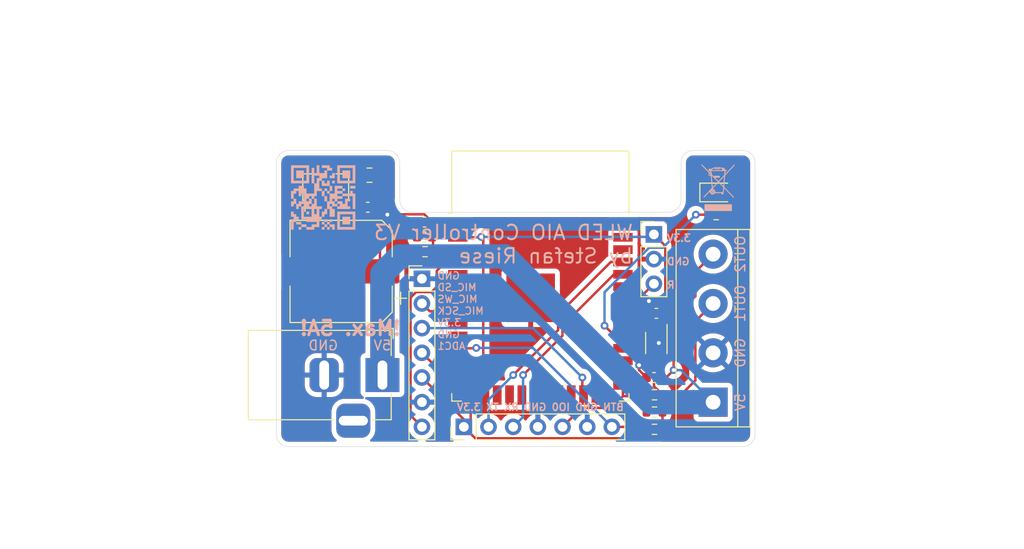
<source format=kicad_pcb>
(kicad_pcb (version 20211014) (generator pcbnew)
  (layers (0 "F.Cu" signal) (31 "B.Cu" signal) (34 "B.Paste" user) (35 "F.Paste" user) (36 "B.SilkS" user "B.Silkscreen") (37 "F.SilkS" user "F.Silkscreen") (38 "B.Mask" user) (39 "F.Mask" user) (44 "Edge.Cuts" user))
  (net 0 "")
  (net 1 "+5V")
  (net 2 "+3V3")
  (net 3 "GND")
  (net 4 "RX")
  (net 5 "TX")
  (net 6 "MIC_SD")
  (net 7 "MIC_WS")
  (net 8 "MIC_SCK")
  (net 9 "IO0")
  (net 10 "Net-(R5-Pad2)")
  (net 11 "OUT1")
  (net 12 "DATA2")
  (net 13 "DATA1")
  (net 14 "OUT2")
  (net 15 "IR")
  (net 16 "Button")
  (net 20 "ADC1")
  (net 21 "Net-(R1-Pad2)")
  (net 35 "LED")
  (net 41 "Net-(D1-Pad2)")
  (footprint "Capacitor_SMD:C_0603_1608Metric" (layer "F.Cu") (at 167.145 94.742 180)
    (fp_text reference "C7" hide)
    (fp_text value "100nF")
    (pad "1" smd roundrect (at -0.775 0 180) (size 0.9 0.95) (layers "F.Cu" "F.Paste" "F.Mask") (net 1 "+5V"))
    (pad "2" smd roundrect (at 0.775 0 180) (size 0.9 0.95) (layers "F.Cu" "F.Paste" "F.Mask") (net 3 "GND"))
  )
  (footprint "Package_TO_SOT_SMD:SOT-89-3" (layer "F.Cu") (at 133.35 75.438 90)
    (fp_text reference "U1" hide)
    (fp_text value "AMS1117-3.3")
    (pad "1" smd rect (at -1.65 -1.5 90) (size 1.3 0.9) (layers "F.Cu" "F.Paste" "F.Mask") (net 3 "GND"))
    (pad "2" smd custom (at -1.5625 0 90) (size 1.475 0.9) (layers "F.Cu" "F.Paste" "F.Mask") (net 2 "+3V3") (options (clearance outline) (anchor rect)) (primitives (gr_poly (pts (xy 3.8625 0.8665) (xy 0.7375 0.8665) (xy 0.7375 -0.8665) (xy 3.8625 -0.8665)) (width 0) (fill yes))))
    (pad "3" smd rect (at -1.65 1.5 90) (size 1.3 0.9) (layers "F.Cu" "F.Paste" "F.Mask") (net 1 "+5V"))
  )
  (footprint "Package_SO:VSSOP-8_2.3x2mm_P0.5mm" (layer "F.Cu") (at 167.386 91.186 -90)
    (fp_text reference "U3" hide)
    (fp_text value "TXS0102DCU")
    (pad "1" smd rect (at -1.55 -0.75 180) (size 0.3 0.8) (layers "F.Cu" "F.Paste" "F.Mask") (net 14 "OUT2"))
    (pad "2" smd rect (at -1.55 -0.25 180) (size 0.3 0.8) (layers "F.Cu" "F.Paste" "F.Mask") (net 3 "GND"))
    (pad "3" smd rect (at -1.55 0.25 180) (size 0.3 0.8) (layers "F.Cu" "F.Paste" "F.Mask") (net 2 "+3V3"))
    (pad "4" smd rect (at -1.55 0.75 180) (size 0.3 0.8) (layers "F.Cu" "F.Paste" "F.Mask") (net 12 "DATA2"))
    (pad "5" smd rect (at 1.55 0.75 180) (size 0.3 0.8) (layers "F.Cu" "F.Paste" "F.Mask") (net 13 "DATA1"))
    (pad "6" smd rect (at 1.55 0.25 180) (size 0.3 0.8) (layers "F.Cu" "F.Paste" "F.Mask") (net 2 "+3V3"))
    (pad "7" smd rect (at 1.55 -0.25 180) (size 0.3 0.8) (layers "F.Cu" "F.Paste" "F.Mask") (net 1 "+5V"))
    (pad "8" smd rect (at 1.55 -0.75 180) (size 0.3 0.8) (layers "F.Cu" "F.Paste" "F.Mask") (net 10 "Net-(R5-Pad2)"))
  )
  (footprint "Connector_BarrelJack:BarrelJack_Horizontal" (layer "F.Cu") (at 139.192 94.488)
    (fp_text reference "J2" hide)
    (fp_text value "Barrel_Jack")
    (pad "1" thru_hole rect (at 0 0) (size 3.5 3.5) (drill oval 1 3) (layers *.Cu *.Mask) (net 1 "+5V"))
    (pad "2" thru_hole roundrect (at -6 0) (size 3 3.5) (drill oval 1 3) (layers *.Cu *.Mask) (net 3 "GND"))
    (pad "3" thru_hole roundrect (at -3 4.7) (size 3.5 3.5) (drill oval 3 1) (layers *.Cu *.Mask))
  )
  (footprint "Capacitor_SMD:C_0603_1608Metric" (layer "F.Cu") (at 167.386 88.138 180)
    (fp_text reference "C6" hide)
    (fp_text value "100nF")
    (pad "1" smd roundrect (at -0.775 0 180) (size 0.9 0.95) (layers "F.Cu" "F.Paste" "F.Mask") (net 2 "+3V3"))
    (pad "2" smd roundrect (at 0.775 0 180) (size 0.9 0.95) (layers "F.Cu" "F.Paste" "F.Mask") (net 3 "GND"))
  )
  (footprint "Resistor_SMD:R_0603_1608Metric" (layer "F.Cu") (at 167.195 96.52)
    (fp_text reference "R5" hide)
    (fp_text value "330")
    (pad "1" smd roundrect (at -0.825 0) (size 0.8 0.95) (layers "F.Cu" "F.Paste" "F.Mask") (net 11 "OUT1"))
    (pad "2" smd roundrect (at 0.825 0) (size 0.8 0.95) (layers "F.Cu" "F.Paste" "F.Mask") (net 10 "Net-(R5-Pad2)"))
  )
  (footprint "Capacitor_SMD:C_0603_1608Metric" (layer "F.Cu") (at 137.681 77.216)
    (fp_text reference "C2" hide)
    (fp_text value "10µF")
    (pad "1" smd roundrect (at -0.775 0) (size 0.9 0.95) (layers "F.Cu" "F.Paste" "F.Mask") (net 1 "+5V"))
    (pad "2" smd roundrect (at 0.775 0) (size 0.9 0.95) (layers "F.Cu" "F.Paste" "F.Mask") (net 3 "GND"))
  )
  (footprint "Capacitor_SMD:C_0805_2012Metric" (layer "F.Cu") (at 137.856 73.914)
    (fp_text reference "C3" hide)
    (fp_text value "47µF")
    (pad "1" smd roundrect (at -0.95 0) (size 1 1.45) (layers "F.Cu" "F.Paste" "F.Mask") (net 2 "+3V3"))
    (pad "2" smd roundrect (at 0.95 0) (size 1 1.45) (layers "F.Cu" "F.Paste" "F.Mask") (net 3 "GND"))
  )
  (footprint "TerminalBlock:TerminalBlock_bornier-4_P5.08mm" (layer "F.Cu") (at 173.228 97.282 90)
    (fp_text reference "J3" hide)
    (fp_text value "Screw_Terminal_01x04")
    (pad "1" thru_hole rect (at 0 0 90) (size 3 3) (drill 1.52) (layers *.Cu *.Mask) (net 1 "+5V"))
    (pad "2" thru_hole circle (at 5.08 0 90) (size 3 3) (drill 1.52) (layers *.Cu *.Mask) (net 3 "GND"))
    (pad "3" thru_hole circle (at 10.16 0 90) (size 3 3) (drill 1.52) (layers *.Cu *.Mask) (net 11 "OUT1"))
    (pad "4" thru_hole circle (at 15.24 0 90) (size 3 3) (drill 1.52) (layers *.Cu *.Mask) (net 14 "OUT2"))
  )
  (footprint "Connector_PinHeader_2.54mm:PinHeader_1x03_P2.54mm_Vertical" (layer "F.Cu") (at 167.132 80.01)
    (fp_text reference "J4" hide)
    (fp_text value "Conn_01x03_Female")
    (pad "1" thru_hole rect (at 0 0) (size 1.7 1.7) (drill 1) (layers *.Cu *.Mask) (net 2 "+3V3"))
    (pad "2" thru_hole oval (at 0 2.54) (size 1.7 1.7) (drill 1) (layers *.Cu *.Mask) (net 3 "GND"))
    (pad "3" thru_hole oval (at 0 5.08) (size 1.7 1.7) (drill 1) (layers *.Cu *.Mask) (net 15 "IR"))
  )
  (footprint "Connector_PinHeader_2.54mm:PinHeader_1x07_P2.54mm_Vertical" (layer "F.Cu") (at 147.569 99.822 90)
    (fp_text reference "J1" hide)
    (fp_text value "Conn_01x07_Female")
    (pad "1" thru_hole rect (at 0 0 90) (size 1.7 1.7) (drill 1) (layers *.Cu *.Mask) (net 2 "+3V3"))
    (pad "2" thru_hole oval (at 0 2.54 90) (size 1.7 1.7) (drill 1) (layers *.Cu *.Mask) (net 5 "TX"))
    (pad "3" thru_hole oval (at 0 5.08 90) (size 1.7 1.7) (drill 1) (layers *.Cu *.Mask) (net 4 "RX"))
    (pad "4" thru_hole oval (at 0 7.62 90) (size 1.7 1.7) (drill 1) (layers *.Cu *.Mask) (net 3 "GND"))
    (pad "5" thru_hole oval (at 0 10.16 90) (size 1.7 1.7) (drill 1) (layers *.Cu *.Mask) (net 9 "IO0"))
    (pad "6" thru_hole oval (at 0 12.7 90) (size 1.7 1.7) (drill 1) (layers *.Cu *.Mask) (net 3 "GND"))
    (pad "7" thru_hole oval (at 0 15.24 90) (size 1.7 1.7) (drill 1) (layers *.Cu *.Mask) (net 16 "Button"))
  )
  (footprint "Resistor_SMD:R_0603_1608Metric" (layer "F.Cu") (at 143.573 81.788 180)
    (fp_text reference "R1" hide)
    (fp_text value "10K")
    (pad "1" smd roundrect (at -0.825 0 180) (size 0.8 0.95) (layers "F.Cu" "F.Paste" "F.Mask") (net 2 "+3V3"))
    (pad "2" smd roundrect (at 0.825 0 180) (size 0.8 0.95) (layers "F.Cu" "F.Paste" "F.Mask") (net 21 "Net-(R1-Pad2)"))
  )
  (footprint "Resistor_SMD:R_0603_1608Metric" (layer "F.Cu") (at 167.195 100.076 180)
    (fp_text reference "R3" hide)
    (fp_text value "10K")
    (pad "1" smd roundrect (at -0.825 0 180) (size 0.8 0.95) (layers "F.Cu" "F.Paste" "F.Mask") (net 2 "+3V3"))
    (pad "2" smd roundrect (at 0.825 0 180) (size 0.8 0.95) (layers "F.Cu" "F.Paste" "F.Mask") (net 16 "Button"))
  )
  (footprint "Resistor_SMD:R_0603_1608Metric" (layer "F.Cu") (at 173.545 77.978)
    (fp_text reference "R4" hide)
    (fp_text value "2.7K")
    (pad "1" smd roundrect (at -0.825 0) (size 0.8 0.95) (layers "F.Cu" "F.Paste" "F.Mask") (net 35 "LED"))
    (pad "2" smd roundrect (at 0.825 0) (size 0.8 0.95) (layers "F.Cu" "F.Paste" "F.Mask") (net 41 "Net-(D1-Pad2)"))
  )
  (footprint "Connector_PinHeader_2.54mm:PinHeader_1x07_P2.54mm_Vertical" (layer "F.Cu") (at 143.256 84.577)
    (fp_text reference "J5" hide)
    (fp_text value "Conn_01x07_Female")
    (pad "1" thru_hole rect (at 0 0) (size 1.7 1.7) (drill 1) (layers *.Cu *.Mask) (net 3 "GND"))
    (pad "2" thru_hole oval (at 0 2.54) (size 1.7 1.7) (drill 1) (layers *.Cu *.Mask) (net 6 "MIC_SD"))
    (pad "3" thru_hole oval (at 0 5.08) (size 1.7 1.7) (drill 1) (layers *.Cu *.Mask) (net 7 "MIC_WS"))
    (pad "4" thru_hole oval (at 0 7.62) (size 1.7 1.7) (drill 1) (layers *.Cu *.Mask) (net 8 "MIC_SCK"))
    (pad "5" thru_hole oval (at 0 10.16) (size 1.7 1.7) (drill 1) (layers *.Cu *.Mask) (net 2 "+3V3"))
    (pad "6" thru_hole oval (at 0 12.7) (size 1.7 1.7) (drill 1) (layers *.Cu *.Mask) (net 3 "GND"))
    (pad "7" thru_hole oval (at 0 15.24) (size 1.7 1.7) (drill 1) (layers *.Cu *.Mask) (net 20 "ADC1"))
  )
  (footprint "RF_Module:ESP32-WROOM-32" (layer "F.Cu") (at 155.448 87.292)
    (fp_text reference "U2" hide)
    (fp_text value "ESP32-WROOM-32")
    (pad "1" smd rect (at -8.5 -8.255) (size 2 0.9) (layers "F.Cu" "F.Paste" "F.Mask") (net 3 "GND"))
    (pad "2" smd rect (at -8.5 -6.985) (size 2 0.9) (layers "F.Cu" "F.Paste" "F.Mask") (net 2 "+3V3"))
    (pad "3" smd rect (at -8.5 -5.715) (size 2 0.9) (layers "F.Cu" "F.Paste" "F.Mask") (net 21 "Net-(R1-Pad2)"))
    (pad "4" smd rect (at -8.5 -4.445) (size 2 0.9) (layers "F.Cu" "F.Paste" "F.Mask") (net 20 "ADC1"))
    (pad "5" smd rect (at -8.5 -3.175) (size 2 0.9) (layers "F.Cu" "F.Paste" "F.Mask"))
    (pad "6" smd rect (at -8.5 -1.905) (size 2 0.9) (layers "F.Cu" "F.Paste" "F.Mask"))
    (pad "7" smd rect (at -8.5 -0.635) (size 2 0.9) (layers "F.Cu" "F.Paste" "F.Mask"))
    (pad "8" smd rect (at -8.5 0.635) (size 2 0.9) (layers "F.Cu" "F.Paste" "F.Mask") (net 6 "MIC_SD"))
    (pad "9" smd rect (at -8.5 1.905) (size 2 0.9) (layers "F.Cu" "F.Paste" "F.Mask"))
    (pad "10" smd rect (at -8.5 3.175) (size 2 0.9) (layers "F.Cu" "F.Paste" "F.Mask"))
    (pad "11" smd rect (at -8.5 4.445) (size 2 0.9) (layers "F.Cu" "F.Paste" "F.Mask") (net 16 "Button"))
    (pad "12" smd rect (at -8.5 5.715) (size 2 0.9) (layers "F.Cu" "F.Paste" "F.Mask"))
    (pad "13" smd rect (at -8.5 6.985) (size 2 0.9) (layers "F.Cu" "F.Paste" "F.Mask") (net 8 "MIC_SCK"))
    (pad "14" smd rect (at -8.5 8.255) (size 2 0.9) (layers "F.Cu" "F.Paste" "F.Mask"))
    (pad "15" smd rect (at -5.715 9.255 90) (size 2 0.9) (layers "F.Cu" "F.Paste" "F.Mask") (net 3 "GND"))
    (pad "16" smd rect (at -4.445 9.255 90) (size 2 0.9) (layers "F.Cu" "F.Paste" "F.Mask"))
    (pad "17" smd rect (at -3.175 9.255 90) (size 2 0.9) (layers "F.Cu" "F.Paste" "F.Mask"))
    (pad "18" smd rect (at -1.905 9.255 90) (size 2 0.9) (layers "F.Cu" "F.Paste" "F.Mask"))
    (pad "19" smd rect (at -0.635 9.255 90) (size 2 0.9) (layers "F.Cu" "F.Paste" "F.Mask"))
    (pad "20" smd rect (at 0.635 9.255 90) (size 2 0.9) (layers "F.Cu" "F.Paste" "F.Mask"))
    (pad "21" smd rect (at 1.905 9.255 90) (size 2 0.9) (layers "F.Cu" "F.Paste" "F.Mask"))
    (pad "22" smd rect (at 3.175 9.255 90) (size 2 0.9) (layers "F.Cu" "F.Paste" "F.Mask"))
    (pad "23" smd rect (at 4.445 9.255 90) (size 2 0.9) (layers "F.Cu" "F.Paste" "F.Mask") (net 7 "MIC_WS"))
    (pad "24" smd rect (at 5.715 9.255 90) (size 2 0.9) (layers "F.Cu" "F.Paste" "F.Mask"))
    (pad "25" smd rect (at 8.5 8.255) (size 2 0.9) (layers "F.Cu" "F.Paste" "F.Mask") (net 9 "IO0"))
    (pad "26" smd rect (at 8.5 6.985) (size 2 0.9) (layers "F.Cu" "F.Paste" "F.Mask"))
    (pad "27" smd rect (at 8.5 5.715) (size 2 0.9) (layers "F.Cu" "F.Paste" "F.Mask") (net 13 "DATA1"))
    (pad "28" smd rect (at 8.5 4.445) (size 2 0.9) (layers "F.Cu" "F.Paste" "F.Mask") (net 12 "DATA2"))
    (pad "29" smd rect (at 8.5 3.175) (size 2 0.9) (layers "F.Cu" "F.Paste" "F.Mask") (net 35 "LED"))
    (pad "30" smd rect (at 8.5 1.905) (size 2 0.9) (layers "F.Cu" "F.Paste" "F.Mask") (net 15 "IR"))
    (pad "31" smd rect (at 8.5 0.635) (size 2 0.9) (layers "F.Cu" "F.Paste" "F.Mask"))
    (pad "32" smd rect (at 8.5 -0.635) (size 2 0.9) (layers "F.Cu" "F.Paste" "F.Mask"))
    (pad "33" smd rect (at 8.5 -1.905) (size 2 0.9) (layers "F.Cu" "F.Paste" "F.Mask"))
    (pad "34" smd rect (at 8.5 -3.175) (size 2 0.9) (layers "F.Cu" "F.Paste" "F.Mask") (net 4 "RX"))
    (pad "35" smd rect (at 8.5 -4.445) (size 2 0.9) (layers "F.Cu" "F.Paste" "F.Mask") (net 5 "TX"))
    (pad "36" smd rect (at 8.5 -5.715) (size 2 0.9) (layers "F.Cu" "F.Paste" "F.Mask"))
    (pad "37" smd rect (at 8.5 -6.985) (size 2 0.9) (layers "F.Cu" "F.Paste" "F.Mask"))
    (pad "38" smd rect (at 8.5 -8.255) (size 2 0.9) (layers "F.Cu" "F.Paste" "F.Mask") (net 3 "GND"))
    (pad "39" smd rect (at -1 -0.755) (size 5 5) (layers "F.Cu" "F.Paste" "F.Mask") (net 3 "GND"))
    (zone (net 0) (net_name "") (layers *.Cu) (connect_pads (clearance 0)) (min_thickness 0.254)
      (keepout (tracks not_allowed) (vias not_allowed) (pads not_allowed) (copperpour not_allowed) (footprints not_allowed))
      (fill (thermal_gap 0.508) (thermal_bridge_width 0.508))
      (polygon (pts (xy 141.448 77.322) (xy 169.448 77.322) (xy 169.448 66.542) (xy 141.448 66.542)))
    )
  )
  (footprint "LED_SMD:LED_0805_2012Metric_Pad1.15x1.40mm_HandSolder" (layer "F.Cu") (at 173.727 75.692)
    (fp_text reference "D1" hide)
    (fp_text value "LED")
    (pad "1" smd roundrect (at -1.025 0) (size 1.15 1.4) (layers "F.Cu" "F.Paste" "F.Mask") (roundrect_rratio 0.2173913043) (net 3 "GND"))
    (pad "2" smd roundrect (at 1.025 0) (size 1.15 1.4) (layers "F.Cu" "F.Paste" "F.Mask") (roundrect_rratio 0.2173913043) (net 41 "Net-(D1-Pad2)"))
  )
  (footprint "Resistor_SMD:R_0603_1608Metric" (layer "F.Cu") (at 167.195 98.298 180)
    (fp_text reference "R2" hide)
    (fp_text value "10K")
    (pad "1" smd roundrect (at -0.825 0 180) (size 0.8 0.95) (layers "F.Cu" "F.Paste" "F.Mask") (net 2 "+3V3"))
    (pad "2" smd roundrect (at 0.825 0 180) (size 0.8 0.95) (layers "F.Cu" "F.Paste" "F.Mask") (net 9 "IO0"))
  )
  (footprint "Capacitor_SMD:CP_Elec_10x10" (layer "F.Cu") (at 134.938 83.82 180)
    (fp_text reference "C1" hide)
    (fp_text value "1000µF")
    (pad "1" smd roundrect (at -4 0 180) (size 4 2.5) (layers "F.Cu" "F.Paste" "F.Mask") (roundrect_rratio 0.1) (net 1 "+5V"))
    (pad "2" smd roundrect (at 4 0 180) (size 4 2.5) (layers "F.Cu" "F.Paste" "F.Mask") (roundrect_rratio 0.1) (net 3 "GND"))
  )
  (footprint "Capacitor_SMD:C_0603_1608Metric" (layer "F.Cu") (at 143.523 78.74)
    (fp_text reference "C4" hide)
    (fp_text value "10µF")
    (pad "1" smd roundrect (at -0.775 0) (size 0.9 0.95) (layers "F.Cu" "F.Paste" "F.Mask") (net 3 "GND"))
    (pad "2" smd roundrect (at 0.775 0) (size 0.9 0.95) (layers "F.Cu" "F.Paste" "F.Mask") (net 2 "+3V3"))
  )
  (footprint "Capacitor_SMD:C_0603_1608Metric" (layer "F.Cu") (at 143.523 80.264)
    (fp_text reference "C5" hide)
    (fp_text value "100nF")
    (pad "1" smd roundrect (at -0.775 0) (size 0.9 0.95) (layers "F.Cu" "F.Paste" "F.Mask") (net 3 "GND"))
    (pad "2" smd roundrect (at 0.775 0) (size 0.9 0.95) (layers "F.Cu" "F.Paste" "F.Mask") (net 2 "+3V3"))
  )
  (footprint "WLED_Mini_Controller_Private:WEEE_Logo" (layer "B.Cu") (at 173.736 75.184 180)
    (fp_text reference "G2" hide)
    (fp_text value "LOGO" hide)
  )
  (footprint "WLED_Mini_Controller_Private:github_hasenpups_qrcode" (layer "B.Cu") (at 133.096 76.2 180)
    (fp_text reference "G1" hide)
    (fp_text value "LOGO" hide)
  )
  (gr_line (start 128.27 72.644) (end 128.27 100.584) (layer "Edge.Cuts") (width 0.05))
  (gr_line (start 140.97 72.644) (end 140.97 76.454) (layer "Edge.Cuts") (width 0.05))
  (gr_line (start 169.926 72.644) (end 169.926 76.454) (layer "Edge.Cuts") (width 0.05))
  (gr_line (start 176.276 71.374) (end 171.196 71.374) (layer "Edge.Cuts") (width 0.05))
  (gr_line (start 177.546 72.644) (end 177.546 100.584) (layer "Edge.Cuts") (width 0.05))
  (gr_line (start 176.276 101.854) (end 129.54 101.854) (layer "Edge.Cuts") (width 0.05))
  (gr_line (start 129.54 71.374) (end 139.7 71.374) (layer "Edge.Cuts") (width 0.05))
  (gr_arc (start 142.24 77.724) (mid 141.341974 77.352026) (end 140.97 76.454) (layer "Edge.Cuts") (width 0.05))
  (gr_arc (start 129.54 101.854) (mid 128.641974 101.482026) (end 128.27 100.584) (layer "Edge.Cuts") (width 0.05))
  (gr_line (start 142.24 77.724) (end 168.656 77.724) (layer "Edge.Cuts") (width 0.05))
  (gr_arc (start 176.276 71.374) (mid 177.174026 71.745974) (end 177.546 72.644) (layer "Edge.Cuts") (width 0.05))
  (gr_arc (start 169.926 72.644) (mid 170.297974 71.745974) (end 171.196 71.374) (layer "Edge.Cuts") (width 0.05))
  (gr_arc (start 169.926 76.454) (mid 169.554026 77.352026) (end 168.656 77.724) (layer "Edge.Cuts") (width 0.05))
  (gr_arc (start 128.27 72.644) (mid 128.641974 71.745974) (end 129.54 71.374) (layer "Edge.Cuts") (width 0.05))
  (gr_arc (start 139.7 71.374) (mid 140.598026 71.745974) (end 140.97 72.644) (layer "Edge.Cuts") (width 0.05))
  (gr_arc (start 177.546 100.584) (mid 177.174026 101.482026) (end 176.276 101.854) (layer "Edge.Cuts") (width 0.05))
  (gr_text "GND" (at 176.022 92.202 90) (layer "B.SilkS") (effects (font (size 1 1)) (justify mirror)))
  (gr_text "OUT1" (at 176.022 87.122 90) (layer "B.SilkS") (effects (font (size 1 1)) (justify mirror)))
  (gr_text "OUT2" (at 176.022 82.042 90) (layer "B.SilkS") (effects (font (size 1 1)) (justify mirror)))
  (gr_text "WLED AIO Controller V3\nby Stefan Riese" (at 165.1 81.026) (layer "B.SilkS") (effects (font (size 1.5 1.5) (thickness 0.2)) (justify left mirror)))
  (gr_text "3.3V\n\nGND\n\nIR" (at 168.402 82.804) (layer "B.SilkS") (effects (font (size 0.75 0.75)) (justify right mirror)))
  (gr_text "5V" (at 139.192 91.44) (layer "B.SilkS") (effects (font (size 1 1)) (justify mirror)))
  (gr_text "GND\nMIC_SD\nMIC_WS\nMIC_SCK\n3.3V\nGND\nADC1" (at 144.78 87.884) (layer "B.SilkS") (effects (font (size 0.75 0.75) (thickness 0.125)) (justify right mirror)))
  (gr_text "!Max. 5A!" (at 135.89 89.662) (layer "B.SilkS") (effects (font (size 1.5 1.5) (thickness 0.3)) (justify mirror)))
  (gr_text "BTN GND IO0 GND RX TX 3.3V" (at 155.448 97.79) (layer "B.SilkS") (effects (font (size 0.75 0.75)) (justify mirror)))
  (gr_text "GND" (at 133.096 91.44) (layer "B.SilkS") (effects (font (size 1 1)) (justify mirror)))
  (gr_text "5V" (at 176.022 97.282 90) (layer "B.SilkS") (effects (font (size 1 1)) (justify mirror)))
  (segment (start 167.636 92.036978) (end 167.661489 92.011489) (width 0.25) (layer "F.Cu") (net 1))
  (segment (start 168.402 94.742) (end 169.164 93.98) (width 0.25) (layer "F.Cu") (net 1))
  (segment (start 168.465489 92.011489) (end 169.164 92.71) (width 0.25) (layer "F.Cu") (net 1))
  (segment (start 136.778 77.088) (end 136.906 77.216) (width 0.25) (layer "F.Cu") (net 1))
  (segment (start 167.661489 92.011489) (end 168.465489 92.011489) (width 0.25) (layer "F.Cu") (net 1))
  (segment (start 134.85 77.088) (end 136.778 77.088) (width 0.25) (layer "F.Cu") (net 1))
  (segment (start 139.192 84.074) (end 138.938 83.82) (width 2.5) (layer "F.Cu") (net 1))
  (segment (start 167.92 94.742) (end 168.402 94.742) (width 0.25) (layer "F.Cu") (net 1))
  (segment (start 138.938 79.248) (end 138.938 83.82) (width 0.25) (layer "F.Cu") (net 1))
  (segment (start 139.192 94.488) (end 139.192 84.074) (width 2.5) (layer "F.Cu") (net 1))
  (segment (start 167.636 92.736) (end 167.636 92.036978) (width 0.25) (layer "F.Cu") (net 1))
  (segment (start 136.906 77.216) (end 138.938 79.248) (width 0.25) (layer "F.Cu") (net 1))
  (segment (start 169.164 92.71) (end 169.164 93.98) (width 0.25) (layer "F.Cu") (net 1))
  (via (at 169.164 93.98) (size 0.8) (drill 0.4) (layers "F.Cu" "B.Cu") (net 1))
  (segment (start 140.956489 82.277489) (end 151.797884 82.277489) (width 2.5) (layer "B.Cu") (net 1))
  (segment (start 169.926 93.98) (end 173.228 97.282) (width 0.25) (layer "B.Cu") (net 1))
  (segment (start 169.164 93.98) (end 169.926 93.98) (width 0.25) (layer "B.Cu") (net 1))
  (segment (start 166.802395 97.282) (end 173.228 97.282) (width 2.5) (layer "B.Cu") (net 1))
  (segment (start 139.192 94.488) (end 139.192 84.041978) (width 2.5) (layer "B.Cu") (net 1))
  (segment (start 151.797884 82.277489) (end 166.802395 97.282) (width 2.5) (layer "B.Cu") (net 1))
  (segment (start 139.192 84.041978) (end 140.956489 82.277489) (width 2.5) (layer "B.Cu") (net 1))
  (segment (start 133.35 75.692) (end 135.128 73.914) (width 0.25) (layer "F.Cu") (net 2))
  (segment (start 167.136 91.761489) (end 167.136 92.736) (width 0.25) (layer "F.Cu") (net 2))
  (segment (start 168.306511 87.992489) (end 168.161 88.138) (width 0.25) (layer "F.Cu") (net 2))
  (segment (start 144.398 80.364) (end 144.298 80.264) (width 0.25) (layer "F.Cu") (net 2))
  (segment (start 136.906 73.914) (end 140.93248 77.94048) (width 0.25) (layer "F.Cu") (net 2))
  (segment (start 133.35 77.0005) (end 133.35 75.692) (width 0.25) (layer "F.Cu") (net 2))
  (segment (start 148.743511 100.996511) (end 167.099489 100.996511) (width 0.25) (layer "F.Cu") (net 2))
  (segment (start 140.93248 77.94048) (end 143.49848 77.94048) (width 0.25) (layer "F.Cu") (net 2))
  (segment (start 167.099489 100.996511) (end 168.02 100.076) (width 0.25) (layer "F.Cu") (net 2))
  (segment (start 143.256 94.737) (end 147.569 99.05) (width 0.25) (layer "F.Cu") (net 2))
  (segment (start 149.568511 80.480511) (end 149.568511 94.779489) (width 0.25) (layer "F.Cu") (net 2))
  (segment (start 149.352 80.264) (end 149.568511 80.480511) (width 0.25) (layer "F.Cu") (net 2))
  (segment (start 167.136 88.936978) (end 167.136 89.636) (width 0.25) (layer "F.Cu") (net 2))
  (segment (start 167.136 90.665386) (end 166.915489 90.885897) (width 0.25) (layer "F.Cu") (net 2))
  (segment (start 167.136 89.636) (end 167.136 90.665386) (width 0.25) (layer "F.Cu") (net 2))
  (segment (start 149.309 80.307) (end 149.352 80.264) (width 0.25) (layer "F.Cu") (net 2))
  (segment (start 146.948 80.307) (end 149.309 80.307) (width 0.25) (layer "F.Cu") (net 2))
  (segment (start 144.298 80.264) (end 144.341 80.307) (width 0.25) (layer "F.Cu") (net 2))
  (segment (start 147.569 99.05) (end 147.569 99.822) (width 0.25) (layer "F.Cu") (net 2))
  (segment (start 168.161 88.138) (end 167.934978 88.138) (width 0.25) (layer "F.Cu") (net 2))
  (segment (start 144.398 81.788) (end 144.398 80.364) (width 0.25) (layer "F.Cu") (net 2))
  (segment (start 144.341 80.307) (end 146.948 80.307) (width 0.25) (layer "F.Cu") (net 2))
  (segment (start 143.49848 77.94048) (end 144.298 78.74) (width 0.25) (layer "F.Cu") (net 2))
  (segment (start 149.568511 94.779489) (end 148.272511 96.075489) (width 0.25) (layer "F.Cu") (net 2))
  (segment (start 168.02 100.076) (end 168.02 98.298) (width 0.25) (layer "F.Cu") (net 2))
  (segment (start 166.915489 90.885897) (end 166.915489 91.540978) (width 0.25) (layer "F.Cu") (net 2))
  (segment (start 135.128 73.914) (end 136.906 73.914) (width 0.25) (layer "F.Cu") (net 2))
  (segment (start 168.306511 81.184511) (end 168.306511 87.992489) (width 0.25) (layer "F.Cu") (net 2))
  (segment (start 167.934978 88.138) (end 167.136 88.936978) (width 0.25) (layer "F.Cu") (net 2))
  (segment (start 148.272511 96.075489) (end 148.272511 99.118489) (width 0.25) (layer "F.Cu") (net 2))
  (segment (start 147.569 99.822) (end 148.272511 99.118489) (width 0.25) (layer "F.Cu") (net 2))
  (segment (start 147.569 99.822) (end 148.743511 100.996511) (width 0.25) (layer "F.Cu") (net 2))
  (segment (start 166.915489 91.540978) (end 167.136 91.761489) (width 0.25) (layer "F.Cu") (net 2))
  (segment (start 167.132 80.01) (end 168.306511 81.184511) (width 0.25) (layer "F.Cu") (net 2))
  (segment (start 144.298 80.264) (end 144.298 78.74) (width 0.25) (layer "F.Cu") (net 2))
  (via (at 149.352 80.264) (size 0.8) (drill 0.4) (layers "F.Cu" "B.Cu") (net 2))
  (segment (start 149.352 80.264) (end 166.878 80.264) (width 0.25) (layer "B.Cu") (net 2))
  (segment (start 166.878 80.264) (end 167.132 80.01) (width 0.25) (layer "B.Cu") (net 2))
  (segment (start 138.938 77.216) (end 139.7 77.978) (width 0.25) (layer "F.Cu") (net 3))
  (segment (start 167.64 91.186) (end 167.64 89.64) (width 0.25) (layer "F.Cu") (net 3))
  (segment (start 138.456 77.216) (end 138.938 77.216) (width 0.25) (layer "F.Cu") (net 3))
  (segment (start 167.64 89.64) (end 167.636 89.636) (width 0.25) (layer "F.Cu") (net 3))
  (segment (start 165.608 93.472) (end 165.608 93.98) (width 0.25) (layer "F.Cu") (net 3))
  (segment (start 165.608 93.98) (end 166.37 94.742) (width 0.25) (layer "F.Cu") (net 3))
  (via (at 139.7 77.978) (size 0.8) (drill 0.4) (layers "F.Cu" "B.Cu") (net 3))
  (via (at 165.608 93.472) (size 0.8) (drill 0.4) (layers "F.Cu" "B.Cu") (net 3))
  (via (at 167.64 91.186) (size 0.8) (drill 0.4) (layers "F.Cu" "B.Cu") (net 3))
  (via (at 166.624 86.868) (size 0.8) (drill 0.4) (layers "F.Cu" "B.Cu") (net 3))
  (segment (start 163.025 84.117) (end 163.948 84.117) (width 0.25) (layer "F.Cu") (net 4))
  (segment (start 153.67 94.488) (end 157.722031 90.435969) (width 0.25) (layer "F.Cu") (net 4))
  (segment (start 157.722031 89.419969) (end 163.025 84.117) (width 0.25) (layer "F.Cu") (net 4))
  (segment (start 157.722031 90.435969) (end 157.722031 89.419969) (width 0.25) (layer "F.Cu") (net 4))
  (via (at 153.67 94.488) (size 0.8) (drill 0.4) (layers "F.Cu" "B.Cu") (net 4))
  (segment (start 153.67 94.488) (end 153.67 98.801) (width 0.25) (layer "B.Cu") (net 4))
  (segment (start 153.67 98.801) (end 152.649 99.822) (width 0.25) (layer "B.Cu") (net 4))
  (segment (start 162.698 82.847) (end 157.272511 88.272489) (width 0.25) (layer "F.Cu") (net 5))
  (segment (start 157.272511 88.272489) (end 157.272511 89.860875) (width 0.25) (layer "F.Cu") (net 5))
  (segment (start 152.654 94.479386) (end 152.654 94.488) (width 0.25) (layer "F.Cu") (net 5))
  (segment (start 163.948 82.847) (end 162.698 82.847) (width 0.25) (layer "F.Cu") (net 5))
  (segment (start 157.272511 89.860875) (end 152.654 94.479386) (width 0.25) (layer "F.Cu") (net 5))
  (via (at 152.654 94.488) (size 0.8) (drill 0.4) (layers "F.Cu" "B.Cu") (net 5))
  (segment (start 150.109 97.033) (end 150.109 99.822) (width 0.25) (layer "B.Cu") (net 5))
  (segment (start 152.654 94.488) (end 150.109 97.033) (width 0.25) (layer "B.Cu") (net 5))
  (segment (start 144.066 87.927) (end 143.256 87.117) (width 0.25) (layer "F.Cu") (net 6))
  (segment (start 146.948 87.927) (end 144.066 87.927) (width 0.25) (layer "F.Cu") (net 6))
  (segment (start 159.766 96.42) (end 159.893 96.547) (width 0.25) (layer "F.Cu") (net 7))
  (segment (start 159.766 94.742) (end 159.766 96.42) (width 0.25) (layer "F.Cu") (net 7))
  (via (at 159.766 94.742) (size 0.8) (drill 0.4) (layers "F.Cu" "B.Cu") (net 7))
  (segment (start 143.256 89.657) (end 154.681 89.657) (width 0.25) (layer "B.Cu") (net 7))
  (segment (start 154.681 89.657) (end 159.766 94.742) (width 0.25) (layer "B.Cu") (net 7))
  (segment (start 143.256 92.197) (end 145.336 94.277) (width 0.25) (layer "F.Cu") (net 8))
  (segment (start 145.336 94.277) (end 146.948 94.277) (width 0.25) (layer "F.Cu") (net 8))
  (segment (start 157.729 99.822) (end 159.679489 97.871511) (width 0.25) (layer "F.Cu") (net 9))
  (segment (start 163.948 96.656) (end 164.728 96.656) (width 0.25) (layer "F.Cu") (net 9))
  (segment (start 159.679489 97.871511) (end 162.732489 97.871511) (width 0.25) (layer "F.Cu") (net 9))
  (segment (start 162.732489 97.871511) (end 163.948 96.656) (width 0.25) (layer "F.Cu") (net 9))
  (segment (start 163.948 96.656) (end 163.948 95.547) (width 0.25) (layer "F.Cu") (net 9))
  (segment (start 164.728 96.656) (end 166.37 98.298) (width 0.25) (layer "F.Cu") (net 9))
  (segment (start 167.14452 95.64452) (end 168.02 96.52) (width 0.25) (layer "F.Cu") (net 10))
  (segment (start 168.136 93.272902) (end 167.14452 94.264382) (width 0.25) (layer "F.Cu") (net 10))
  (segment (start 167.14452 94.264382) (end 167.14452 95.64452) (width 0.25) (layer "F.Cu") (net 10))
  (segment (start 168.136 92.736) (end 168.136 93.272902) (width 0.25) (layer "F.Cu") (net 10))
  (segment (start 168.94752 97.49848) (end 171.403489 95.042511) (width 0.25) (layer "F.Cu") (net 11))
  (segment (start 171.403489 95.042511) (end 171.403489 88.946511) (width 0.25) (layer "F.Cu") (net 11))
  (segment (start 167.34848 97.49848) (end 168.94752 97.49848) (width 0.25) (layer "F.Cu") (net 11))
  (segment (start 171.403489 88.946511) (end 173.228 87.122) (width 0.25) (layer "F.Cu") (net 11))
  (segment (start 166.37 96.52) (end 167.34848 97.49848) (width 0.25) (layer "F.Cu") (net 11))
  (segment (start 165.198 91.737) (end 166.636 90.299) (width 0.25) (layer "F.Cu") (net 12))
  (segment (start 166.636 90.299) (end 166.636 89.636) (width 0.25) (layer "F.Cu") (net 12))
  (segment (start 163.948 91.737) (end 165.198 91.737) (width 0.25) (layer "F.Cu") (net 12))
  (segment (start 166.636 92.736) (end 164.219 92.736) (width 0.25) (layer "F.Cu") (net 13))
  (segment (start 164.219 92.736) (end 163.948 93.007) (width 0.25) (layer "F.Cu") (net 13))
  (segment (start 171.403489 86.368511) (end 168.136 89.636) (width 0.25) (layer "F.Cu") (net 14))
  (segment (start 171.403489 83.866511) (end 171.403489 86.368511) (width 0.25) (layer "F.Cu") (net 14))
  (segment (start 173.228 82.042) (end 171.403489 83.866511) (width 0.25) (layer "F.Cu") (net 14))
  (segment (start 165.057 89.197) (end 163.948 89.197) (width 0.25) (layer "F.Cu") (net 15))
  (segment (start 165.272511 88.981489) (end 165.057 89.197) (width 0.25) (layer "F.Cu") (net 15))
  (segment (start 165.272511 86.949489) (end 165.272511 88.981489) (width 0.25) (layer "F.Cu") (net 15))
  (segment (start 167.132 85.09) (end 165.272511 86.949489) (width 0.25) (layer "F.Cu") (net 15))
  (segment (start 166.116 99.822) (end 166.37 100.076) (width 0.25) (layer "F.Cu") (net 16))
  (segment (start 148.801 91.737) (end 148.844 91.694) (width 0.25) (layer "F.Cu") (net 16))
  (segment (start 146.948 91.737) (end 148.801 91.737) (width 0.25) (layer "F.Cu") (net 16))
  (segment (start 162.809 99.822) (end 166.116 99.822) (width 0.25) (layer "F.Cu") (net 16))
  (via (at 148.844 91.694) (size 0.8) (drill 0.4) (layers "F.Cu" "B.Cu") (net 16))
  (segment (start 148.844 91.694) (end 154.681 91.694) (width 0.25) (layer "B.Cu") (net 16))
  (segment (start 154.681 91.694) (end 162.809 99.822) (width 0.25) (layer "B.Cu") (net 16))
  (segment (start 142.081489 86.518511) (end 142.081489 98.642489) (width 0.25) (layer "F.Cu") (net 20))
  (segment (start 144.239533 85.942489) (end 142.657511 85.942489) (width 0.25) (layer "F.Cu") (net 20))
  (segment (start 145.698 82.847) (end 144.78 83.765) (width 0.25) (layer "F.Cu") (net 20))
  (segment (start 144.78 83.765) (end 144.78 85.402022) (width 0.25) (layer "F.Cu") (net 20))
  (segment (start 142.081489 98.642489) (end 143.256 99.817) (width 0.25) (layer "F.Cu") (net 20))
  (segment (start 144.78 85.402022) (end 144.239533 85.942489) (width 0.25) (layer "F.Cu") (net 20))
  (segment (start 146.948 82.847) (end 145.698 82.847) (width 0.25) (layer "F.Cu") (net 20))
  (segment (start 142.657511 85.942489) (end 142.081489 86.518511) (width 0.25) (layer "F.Cu") (net 20))
  (segment (start 144.598783 82.804) (end 143.764 82.804) (width 0.25) (layer "F.Cu") (net 21))
  (segment (start 143.764 82.804) (end 142.748 81.788) (width 0.25) (layer "F.Cu") (net 21))
  (segment (start 146.948 81.577) (end 145.825783 81.577) (width 0.25) (layer "F.Cu") (net 21))
  (segment (start 145.825783 81.577) (end 144.598783 82.804) (width 0.25) (layer "F.Cu") (net 21))
  (segment (start 171.45 77.978) (end 172.72 77.978) (width 0.25) (layer "F.Cu") (net 35))
  (segment (start 163.111 90.467) (end 163.948 90.467) (width 0.25) (layer "F.Cu") (net 35))
  (segment (start 162.052 89.408) (end 163.111 90.467) (width 0.25) (layer "F.Cu") (net 35))
  (via (at 162.052 89.408) (size 0.8) (drill 0.4) (layers "F.Cu" "B.Cu") (net 35))
  (via (at 171.45 77.978) (size 0.8) (drill 0.4) (layers "F.Cu" "B.Cu") (net 35))
  (segment (start 162.052 85.96899) (end 162.052 89.408) (width 0.25) (layer "B.Cu") (net 35))
  (segment (start 166.645501 81.375489) (end 162.052 85.96899) (width 0.25) (layer "B.Cu") (net 35))
  (segment (start 168.052511 81.375489) (end 166.645501 81.375489) (width 0.25) (layer "B.Cu") (net 35))
  (segment (start 171.45 77.978) (end 168.052511 81.375489) (width 0.25) (layer "B.Cu") (net 35))
  (segment (start 174.752 75.692) (end 174.752 77.596) (width 0.25) (layer "F.Cu") (net 41))
  (segment (start 174.752 77.596) (end 174.37 77.978) (width 0.25) (layer "F.Cu") (net 41))
  (zone (net 3) (net_name "GND") (layer "F.Cu") (connect_pads (clearance 0.508)) (min_thickness 0.254) (fill yes (thermal_gap 0.508) (thermal_bridge_width 0.508))
    (polygon (pts (xy 204.597 111.76) (xy 101.092 111.76) (xy 101.092 56.515) (xy 204.597 56.515)))
  )
  (zone (net 3) (net_name "GND") (layer "B.Cu") (connect_pads (clearance 0.508)) (min_thickness 0.254) (fill yes (thermal_gap 0.508) (thermal_bridge_width 0.508))
    (polygon (pts (xy 205.232 112.395) (xy 99.822 112.395) (xy 100.457 55.88) (xy 205.232 55.88)))
  )
)
</source>
